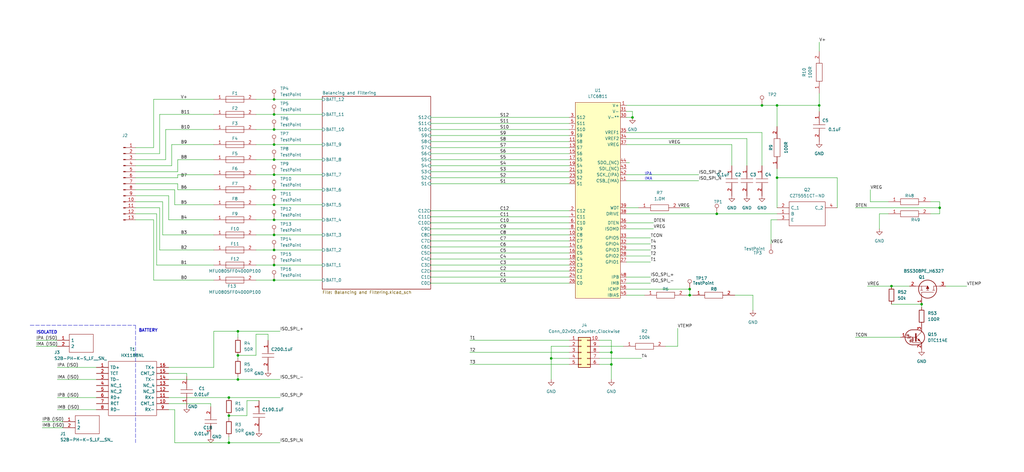
<source format=kicad_sch>
(kicad_sch (version 20211123) (generator eeschema)
  (paper "User" 431.8 199.009)
  (title_block (title "LVBMS_A_Sample_R2") (rev "2") (company "Team Swinburne"))
  (junction (at 115.57 92.71))
  (junction (at 115.57 54.61))
  (junction (at 100.33 139.7))
  (junction (at 115.57 118.11))
  (junction (at 100.33 149.86))
  (junction (at 327.66 44.45))
  (junction (at 302.26 90.17))
  (junction (at 115.57 67.31))
  (junction (at 115.57 41.91))
  (junction (at 321.31 44.45))
  (junction (at 96.52 167.64))
  (junction (at 388.62 128.27))
  (junction (at 232.41 151.13))
  (junction (at 115.57 60.96))
  (junction (at 96.52 186.69))
  (junction (at 115.57 105.41))
  (junction (at 115.57 80.01))
  (junction (at 375.92 120.65))
  (junction (at 115.57 73.66))
  (junction (at 257.81 148.59))
  (junction (at 115.57 111.76))
  (junction (at 345.44 44.45))
  (junction (at 266.7 49.53))
  (junction (at 115.57 48.26))
  (junction (at 396.24 87.63))
  (junction (at 290.83 121.92))
  (junction (at 327.66 74.93))
  (junction (at 257.81 153.67))
  (junction (at 100.33 160.02))
  (junction (at 115.57 86.36))
  (junction (at 96.52 175.26))
  (junction (at 115.57 99.06))
  (junction (at 290.83 124.46))
  (wire (pts (xy 252.73 148.59) (xy 257.81 148.59)))
  (wire (pts (xy 107.95 73.66) (xy 115.57 73.66)))
  (wire (pts (xy 90.17 154.94) (xy 90.17 139.7)))
  (wire (pts (xy 107.95 41.91) (xy 115.57 41.91)))
  (wire (pts (xy 100.33 149.86) (xy 107.95 149.86)))
  (wire (pts (xy 360.68 142.24) (xy 379.73 142.24)))
  (wire (pts (xy 370.84 90.17) (xy 370.84 96.52)))
  (wire (pts (xy 257.81 143.51) (xy 257.81 148.59)))
  (wire (pts (xy 64.77 62.23) (xy 64.77 41.91)))
  (wire (pts (xy 264.16 90.17) (xy 302.26 90.17)))
  (wire (pts (xy 68.58 85.09) (xy 68.58 99.06)))
  (wire (pts (xy 100.33 139.7) (xy 118.11 139.7)))
  (wire (pts (xy 198.12 153.67) (xy 240.03 153.67)))
  (wire (pts (xy 73.66 172.72) (xy 73.66 186.69)))
  (wire (pts (xy 71.12 92.71) (xy 90.17 92.71)))
  (wire (pts (xy 115.57 105.41) (xy 135.89 105.41)))
  (wire (pts (xy 264.16 93.98) (xy 275.59 93.98)))
  (wire (pts (xy 327.66 74.93) (xy 327.66 87.63)))
  (wire (pts (xy 181.61 119.38) (xy 240.03 119.38)))
  (wire (pts (xy 181.61 99.06) (xy 240.03 99.06)))
  (wire (pts (xy 181.61 106.68) (xy 240.03 106.68)))
  (wire (pts (xy 290.83 121.92) (xy 290.83 124.46)))
  (wire (pts (xy 107.95 80.01) (xy 115.57 80.01)))
  (wire (pts (xy 264.16 96.52) (xy 275.59 96.52)))
  (wire (pts (xy 321.31 69.85) (xy 321.31 55.88)))
  (wire (pts (xy 317.5 124.46) (xy 317.5 130.81)))
  (wire (pts (xy 71.12 167.64) (xy 96.52 167.64)))
  (wire (pts (xy 69.85 54.61) (xy 69.85 67.31)))
  (wire (pts (xy 302.26 90.17) (xy 327.66 90.17)))
  (wire (pts (xy 327.66 44.45) (xy 345.44 44.45)))
  (wire (pts (xy 264.16 76.2) (xy 294.64 76.2)))
  (wire (pts (xy 292.1 124.46) (xy 290.83 124.46)))
  (wire (pts (xy 107.95 86.36) (xy 115.57 86.36)))
  (wire (pts (xy 78.74 158.75) (xy 78.74 157.48)))
  (wire (pts (xy 240.03 146.05) (xy 232.41 146.05)))
  (wire (pts (xy 57.15 90.17) (xy 66.04 90.17)))
  (wire (pts (xy 74.93 67.31) (xy 90.17 67.31)))
  (wire (pts (xy 375.92 120.65) (xy 383.54 120.65)))
  (polyline (pts (xy 57.15 137.16) (xy 57.15 186.69)))
  (wire (pts (xy 309.88 124.46) (xy 317.5 124.46)))
  (wire (pts (xy 198.12 148.59) (xy 240.03 148.59)))
  (wire (pts (xy 104.14 175.26) (xy 96.52 175.26)))
  (wire (pts (xy 100.33 149.86) (xy 100.33 151.13)))
  (wire (pts (xy 392.43 85.09) (xy 396.24 85.09)))
  (wire (pts (xy 325.12 92.71) (xy 325.12 102.87)))
  (wire (pts (xy 345.44 44.45) (xy 345.44 46.99)))
  (wire (pts (xy 107.95 54.61) (xy 115.57 54.61)))
  (wire (pts (xy 15.24 146.05) (xy 24.13 146.05)))
  (wire (pts (xy 17.78 180.34) (xy 26.67 180.34)))
  (wire (pts (xy 71.12 154.94) (xy 90.17 154.94)))
  (wire (pts (xy 74.93 74.93) (xy 74.93 73.66)))
  (wire (pts (xy 57.15 74.93) (xy 74.93 74.93)))
  (wire (pts (xy 321.31 44.45) (xy 264.16 44.45)))
  (wire (pts (xy 232.41 160.02) (xy 232.41 151.13)))
  (wire (pts (xy 69.85 67.31) (xy 57.15 67.31)))
  (wire (pts (xy 252.73 143.51) (xy 257.81 143.51)))
  (wire (pts (xy 287.02 87.63) (xy 290.83 87.63)))
  (wire (pts (xy 266.7 46.99) (xy 264.16 46.99)))
  (wire (pts (xy 264.16 68.58) (xy 265.43 68.58)))
  (wire (pts (xy 264.16 87.63) (xy 269.24 87.63)))
  (wire (pts (xy 90.17 139.7) (xy 100.33 139.7)))
  (wire (pts (xy 24.13 160.02) (xy 40.64 160.02)))
  (wire (pts (xy 57.15 92.71) (xy 64.77 92.71)))
  (wire (pts (xy 181.61 111.76) (xy 240.03 111.76)))
  (wire (pts (xy 115.57 111.76) (xy 135.89 111.76)))
  (wire (pts (xy 181.61 69.85) (xy 240.03 69.85)))
  (wire (pts (xy 314.96 58.42) (xy 264.16 58.42)))
  (wire (pts (xy 73.66 86.36) (xy 90.17 86.36)))
  (wire (pts (xy 115.57 60.96) (xy 135.89 60.96)))
  (wire (pts (xy 181.61 96.52) (xy 240.03 96.52)))
  (wire (pts (xy 321.31 55.88) (xy 264.16 55.88)))
  (wire (pts (xy 290.83 124.46) (xy 289.56 124.46)))
  (wire (pts (xy 67.31 48.26) (xy 90.17 48.26)))
  (wire (pts (xy 367.03 85.09) (xy 374.65 85.09)))
  (wire (pts (xy 96.52 186.69) (xy 118.11 186.69)))
  (wire (pts (xy 181.61 52.07) (xy 240.03 52.07)))
  (wire (pts (xy 57.15 64.77) (xy 67.31 64.77)))
  (wire (pts (xy 73.66 186.69) (xy 96.52 186.69)))
  (wire (pts (xy 115.57 48.26) (xy 135.89 48.26)))
  (wire (pts (xy 264.16 116.84) (xy 274.32 116.84)))
  (wire (pts (xy 107.95 149.86) (xy 107.95 140.97)))
  (wire (pts (xy 107.95 118.11) (xy 115.57 118.11)))
  (wire (pts (xy 107.95 105.41) (xy 115.57 105.41)))
  (wire (pts (xy 107.95 99.06) (xy 115.57 99.06)))
  (wire (pts (xy 280.67 146.05) (xy 285.75 146.05)))
  (wire (pts (xy 115.57 86.36) (xy 135.89 86.36)))
  (wire (pts (xy 264.16 124.46) (xy 271.78 124.46)))
  (wire (pts (xy 100.33 160.02) (xy 118.11 160.02)))
  (wire (pts (xy 264.16 105.41) (xy 274.32 105.41)))
  (wire (pts (xy 327.66 74.93) (xy 353.06 74.93)))
  (wire (pts (xy 365.76 120.65) (xy 375.92 120.65)))
  (wire (pts (xy 266.7 49.53) (xy 266.7 46.99)))
  (wire (pts (xy 181.61 109.22) (xy 240.03 109.22)))
  (wire (pts (xy 78.74 157.48) (xy 71.12 157.48)))
  (wire (pts (xy 264.16 102.87) (xy 274.32 102.87)))
  (wire (pts (xy 24.13 167.64) (xy 40.64 167.64)))
  (wire (pts (xy 115.57 99.06) (xy 135.89 99.06)))
  (wire (pts (xy 64.77 118.11) (xy 90.17 118.11)))
  (wire (pts (xy 24.13 154.94) (xy 40.64 154.94)))
  (wire (pts (xy 232.41 151.13) (xy 240.03 151.13)))
  (wire (pts (xy 68.58 99.06) (xy 90.17 99.06)))
  (wire (pts (xy 71.12 160.02) (xy 100.33 160.02)))
  (wire (pts (xy 181.61 74.93) (xy 240.03 74.93)))
  (wire (pts (xy 198.12 143.51) (xy 240.03 143.51)))
  (wire (pts (xy 74.93 67.31) (xy 74.93 72.39)))
  (wire (pts (xy 252.73 153.67) (xy 257.81 153.67)))
  (wire (pts (xy 308.61 60.96) (xy 308.61 69.85)))
  (wire (pts (xy 264.16 73.66) (xy 294.64 73.66)))
  (wire (pts (xy 367.03 80.01) (xy 367.03 85.09)))
  (wire (pts (xy 181.61 62.23) (xy 240.03 62.23)))
  (wire (pts (xy 321.31 44.45) (xy 327.66 44.45)))
  (wire (pts (xy 115.57 118.11) (xy 135.89 118.11)))
  (wire (pts (xy 72.39 69.85) (xy 72.39 60.96)))
  (wire (pts (xy 74.93 77.47) (xy 74.93 80.01)))
  (wire (pts (xy 66.04 90.17) (xy 66.04 111.76)))
  (wire (pts (xy 314.96 69.85) (xy 314.96 58.42)))
  (wire (pts (xy 64.77 41.91) (xy 90.17 41.91)))
  (wire (pts (xy 69.85 54.61) (xy 90.17 54.61)))
  (wire (pts (xy 374.65 90.17) (xy 370.84 90.17)))
  (wire (pts (xy 392.43 90.17) (xy 396.24 90.17)))
  (wire (pts (xy 257.81 148.59) (xy 257.81 153.67)))
  (wire (pts (xy 345.44 17.78) (xy 345.44 21.59)))
  (wire (pts (xy 115.57 67.31) (xy 135.89 67.31)))
  (wire (pts (xy 57.15 80.01) (xy 73.66 80.01)))
  (wire (pts (xy 67.31 87.63) (xy 57.15 87.63)))
  (wire (pts (xy 72.39 60.96) (xy 90.17 60.96)))
  (wire (pts (xy 71.12 170.18) (xy 88.9 170.18)))
  (wire (pts (xy 360.68 87.63) (xy 396.24 87.63)))
  (wire (pts (xy 113.03 140.97) (xy 113.03 143.51)))
  (wire (pts (xy 388.62 128.27) (xy 388.62 129.54)))
  (wire (pts (xy 74.93 73.66) (xy 90.17 73.66)))
  (wire (pts (xy 74.93 72.39) (xy 57.15 72.39)))
  (wire (pts (xy 327.66 71.12) (xy 327.66 74.93)))
  (wire (pts (xy 115.57 92.71) (xy 135.89 92.71)))
  (wire (pts (xy 100.33 158.75) (xy 100.33 160.02)))
  (wire (pts (xy 181.61 114.3) (xy 240.03 114.3)))
  (wire (pts (xy 57.15 77.47) (xy 74.93 77.47)))
  (wire (pts (xy 96.52 167.64) (xy 118.11 167.64)))
  (wire (pts (xy 71.12 172.72) (xy 73.66 172.72)))
  (wire (pts (xy 181.61 101.6) (xy 240.03 101.6)))
  (wire (pts (xy 264.16 110.49) (xy 274.32 110.49)))
  (wire (pts (xy 181.61 67.31) (xy 240.03 67.31)))
  (wire (pts (xy 398.78 120.65) (xy 407.67 120.65)))
  (wire (pts (xy 181.61 64.77) (xy 240.03 64.77)))
  (wire (pts (xy 109.22 168.91) (xy 104.14 168.91)))
  (wire (pts (xy 285.75 146.05) (xy 285.75 138.43)))
  (wire (pts (xy 71.12 92.71) (xy 71.12 82.55)))
  (wire (pts (xy 181.61 54.61) (xy 240.03 54.61)))
  (wire (pts (xy 115.57 80.01) (xy 135.89 80.01)))
  (wire (pts (xy 181.61 88.9) (xy 240.03 88.9)))
  (wire (pts (xy 66.04 111.76) (xy 90.17 111.76)))
  (wire (pts (xy 181.61 59.69) (xy 240.03 59.69)))
  (wire (pts (xy 396.24 85.09) (xy 396.24 87.63)))
  (wire (pts (xy 264.16 60.96) (xy 308.61 60.96)))
  (wire (pts (xy 181.61 104.14) (xy 240.03 104.14)))
  (wire (pts (xy 252.73 146.05) (xy 262.89 146.05)))
  (wire (pts (xy 181.61 49.53) (xy 240.03 49.53)))
  (polyline (pts (xy 12.7 137.16) (xy 57.15 137.16)))
  (wire (pts (xy 264.16 121.92) (xy 290.83 121.92)))
  (wire (pts (xy 100.33 139.7) (xy 100.33 142.24)))
  (wire (pts (xy 107.95 92.71) (xy 115.57 92.71)))
  (wire (pts (xy 264.16 49.53) (xy 266.7 49.53)))
  (wire (pts (xy 57.15 62.23) (xy 64.77 62.23)))
  (wire (pts (xy 345.44 44.45) (xy 345.44 39.37)))
  (wire (pts (xy 17.78 177.8) (xy 26.67 177.8)))
  (wire (pts (xy 115.57 54.61) (xy 135.89 54.61)))
  (wire (pts (xy 73.66 80.01) (xy 73.66 86.36)))
  (wire (pts (xy 264.16 107.95) (xy 274.32 107.95)))
  (wire (pts (xy 264.16 119.38) (xy 274.32 119.38)))
  (wire (pts (xy 67.31 64.77) (xy 67.31 48.26)))
  (wire (pts (xy 181.61 77.47) (xy 240.03 77.47)))
  (wire (pts (xy 375.92 128.27) (xy 388.62 128.27)))
  (wire (pts (xy 115.57 41.91) (xy 135.89 41.91)))
  (wire (pts (xy 74.93 80.01) (xy 90.17 80.01)))
  (wire (pts (xy 88.9 171.45) (xy 88.9 170.18)))
  (wire (pts (xy 57.15 85.09) (xy 68.58 85.09)))
  (wire (pts (xy 67.31 105.41) (xy 67.31 87.63)))
  (wire (pts (xy 115.57 73.66) (xy 135.89 73.66)))
  (wire (pts (xy 181.61 116.84) (xy 240.03 116.84)))
  (wire (pts (xy 57.15 69.85) (xy 72.39 69.85)))
  (wire (pts (xy 181.61 93.98) (xy 240.03 93.98)))
  (wire (pts (xy 181.61 72.39) (xy 240.03 72.39)))
  (wire (pts (xy 264.16 100.33) (xy 274.32 100.33)))
  (wire (pts (xy 396.24 87.63) (xy 396.24 90.17)))
  (wire (pts (xy 181.61 57.15) (xy 240.03 57.15)))
  (wire (pts (xy 107.95 67.31) (xy 115.57 67.31)))
  (wire (pts (xy 96.52 175.26) (xy 96.52 176.53)))
  (wire (pts (xy 327.66 92.71) (xy 325.12 92.71)))
  (wire (pts (xy 107.95 60.96) (xy 115.57 60.96)))
  (wire (pts (xy 353.06 87.63) (xy 353.06 74.93)))
  (wire (pts (xy 232.41 146.05) (xy 232.41 151.13)))
  (wire (pts (xy 257.81 153.67) (xy 257.81 160.02)))
  (wire (pts (xy 107.95 48.26) (xy 115.57 48.26)))
  (wire (pts (xy 15.24 143.51) (xy 24.13 143.51)))
  (wire (pts (xy 327.66 44.45) (xy 327.66 53.34)))
  (wire (pts (xy 96.52 184.15) (xy 96.52 186.69)))
  (wire (pts (xy 107.95 111.76) (xy 115.57 111.76)))
  (wire (pts (xy 24.13 172.72) (xy 40.64 172.72)))
  (wire (pts (xy 181.61 91.44) (xy 240.03 91.44)))
  (wire (pts (xy 64.77 92.71) (xy 64.77 118.11)))
  (wire (pts (xy 252.73 151.13) (xy 270.51 151.13)))
  (wire (pts (xy 107.95 140.97) (xy 113.03 140.97)))
  (wire (pts (xy 71.12 82.55) (xy 57.15 82.55)))
  (wire (pts (xy 67.31 105.41) (xy 90.17 105.41)))
  (wire (pts (xy 104.14 168.91) (xy 104.14 175.26)))
  (text "IPA\nIMA" (at 271.78 76.2 0) (effects (font (size 1.27 1.27)) (justify left bottom)))
  (text "BATTERY\n\n" (at 58.42 142.24 0) (effects (font (size 1.27 1.27) bold) (justify left bottom)))
  (text "ISOLATED\n" (at 15.24 140.97 0) (effects (font (size 1.27 1.27) (thickness 0.254) bold) (justify left bottom)))
  (label "VREG" (at 367.03 80.01 0))
  (label "S10" (at 210.82 54.61 0))
  (label "ISO_SPI_N" (at 118.11 186.69 0))
  (label "C9" (at 210.82 96.52 0))
  (label "B9" (at 76.2 60.96 0))
  (label "T4" (at 270.51 151.13 0))
  (label "S2" (at 210.82 74.93 0))
  (label "C10" (at 210.82 93.98 0))
  (label "ISO_SPI_-" (at 274.32 119.38 0))
  (label "ISO_SPI_N" (at 294.64 76.2 0))
  (label "ISO_SPI_P" (at 118.11 167.64 0))
  (label "S7" (at 210.82 62.23 0))
  (label "B11" (at 76.2 48.26 0))
  (label "S1" (at 210.82 77.47 0))
  (label "B7" (at 76.2 74.93 0))
  (label "S4" (at 210.82 69.85 0))
  (label "DTEN" (at 360.68 87.63 0))
  (label "C4" (at 210.82 109.22 0))
  (label "B3" (at 76.2 99.06 0))
  (label "B2" (at 76.2 105.41 0))
  (label "S8" (at 210.82 59.69 0))
  (label "IPB (ISO)" (at 17.78 177.8 0))
  (label "TCON" (at 274.32 100.33 0))
  (label "VREG" (at 325.12 102.87 0))
  (label "S3" (at 210.82 72.39 0))
  (label "T1" (at 198.12 143.51 0))
  (label "IMA (ISO)" (at 24.13 160.02 0))
  (label "ISO_SPI_+" (at 118.11 139.7 0))
  (label "IPA (ISO)" (at 15.24 143.51 0))
  (label "T3" (at 274.32 105.41 0))
  (label "DTEN" (at 275.59 93.98 0))
  (label "IMA (ISO)" (at 15.24 146.05 0))
  (label "C3" (at 210.82 111.76 0))
  (label "S5" (at 210.82 67.31 0))
  (label "V+" (at 345.44 17.78 0))
  (label "C5" (at 210.82 106.68 0))
  (label "B8" (at 76.2 67.31 0))
  (label "S11" (at 210.82 52.07 0))
  (label "S6" (at 210.82 64.77 0))
  (label "VTEMP" (at 285.75 138.43 0))
  (label "TCON" (at 360.68 142.24 0))
  (label "ISO_SPI_+" (at 274.32 116.84 0))
  (label "C1" (at 210.82 116.84 0))
  (label "T4" (at 274.32 102.87 0))
  (label "VREG" (at 365.76 120.65 0))
  (label "B1" (at 76.2 111.76 0))
  (label "B0" (at 76.2 118.11 0))
  (label "VTEMP" (at 407.67 120.65 0))
  (label "IPB (ISO)" (at 24.13 167.64 0))
  (label "V+" (at 76.2 41.91 0))
  (label "S9" (at 210.82 57.15 0))
  (label "C0" (at 210.82 119.38 0))
  (label "ISO_SPI_P" (at 294.64 73.66 0))
  (label "VREG" (at 290.83 87.63 180))
  (label "C12" (at 210.82 88.9 0))
  (label "VREG" (at 275.59 96.52 0))
  (label "C11" (at 210.82 91.44 0))
  (label "IMB (ISO)" (at 17.78 180.34 0))
  (label "C7" (at 210.82 101.6 0))
  (label "IMB (ISO)" (at 24.13 172.72 0))
  (label "T1" (at 274.32 110.49 0))
  (label "ISO_SPI_-" (at 118.11 160.02 0))
  (label "VREG" (at 281.94 60.96 0))
  (label "C6" (at 210.82 104.14 0))
  (label "B10" (at 76.2 54.61 0))
  (label "B5" (at 76.2 86.36 0))
  (label "IPA (ISO)" (at 24.13 154.94 0))
  (label "B4" (at 76.2 92.71 0))
  (label "C2" (at 210.82 114.3 0))
  (label "C8" (at 210.82 99.06 0))
  (label "S12" (at 210.82 49.53 0))
  (label "T2" (at 274.32 107.95 0))
  (label "B6" (at 76.2 80.01 0))
  (label "T2" (at 198.12 148.59 0))
  (label "T3" (at 198.12 153.67 0))
  (symbol (lib_id "ERJP06F1000V:ERJP06F1000V") (at 374.65 85.09 0) (unit 1)
    (property "Reference" "R48" (at 383.54 82.55 0))
    (property "Value" "100R" (effects hide))
    (property "Footprint" "Resistor_SMD:R_0603_1608Metric_Pad0.98x0.95mm_HandSolder" (effects hide))
    (property "Datasheet" "https://industrial.panasonic.com/cdbs/www-data/pdf/RDO0000/AOA0000C331.pdf" (effects hide))
    (property "Description" "Panasonic ERJP06 Series Thick Film Surface Mount Resistor 0805 Case 100 +/-1% 0.5W +/-100ppm/C" (effects hide))
    (property "Height" "0.7" (effects hide))
    (property "Manufacturer_Name" "Panasonic" (effects hide))
    (property "Manufacturer_Part_Number" "ERJP06F1000V" (effects hide))
  )
  (symbol (lib_id "Connector:TestPoint") (at 115.57 60.96 0) (unit 1)
    (property "Reference" "TP7" (at 118.11 56.3879 0) (effects (justify left)))
    (property "Value" "TestPoint" (at 118.11 58.9279 0) (effects (justify left)))
    (property "Footprint" "TestPoint:TestPoint_Pad_D1.0mm" (effects hide))
  )
  (symbol (lib_id "Device:R") (at 96.52 180.34 0) (unit 1)
    (property "Reference" "R3" (at 99.06 179.0699 0) (effects (justify left)))
    (property "Value" "50R" (at 99.06 181.6099 0) (effects (justify left)))
    (property "Footprint" "Resistor_SMD:R_0603_1608Metric_Pad0.98x0.95mm_HandSolder" (effects hide))
  )
  (symbol (lib_id "Connector:TestPoint") (at 115.57 111.76 0) (unit 1)
    (property "Reference" "TP15" (at 118.11 107.1879 0) (effects (justify left)))
    (property "Value" "TestPoint" (at 118.11 109.7279 0) (effects (justify left)))
    (property "Footprint" "TestPoint:TestPoint_Pad_D1.0mm" (effects hide))
  )
  (symbol (lib_id "MFU0805FF04000P100:MFU0805FF04000P100") (at 90.17 48.26 0) (unit 1)
    (property "Reference" "F2" (at 99.06 45.72 0))
    (property "Value" "MFU0805FF04000P100" (effects hide))
    (property "Footprint" "Fuse:Fuse_0603_1608Metric_Pad1.05x0.95mm_HandSolder" (effects hide))
    (property "Datasheet" "http://www.vishay.com/docs/28747/mfuserie.pdf" (effects hide))
    (property "Description" "VISHAY - MFU0805FF04000P100. - FUSE, 0805 SMD, 4A" (effects hide))
    (property "Height" "0.55" (effects hide))
    (property "Manufacturer_Name" "Vishay" (effects hide))
    (property "Manufacturer_Part_Number" "MFU0805FF04000P100" (effects hide))
    (property "Mouser Part Number" "594-MFU0805FF04000P1" (effects hide))
    (property "Mouser Price/Stock" "https://www.mouser.co.uk/ProductDetail/Vishay-Beyschlag/MFU0805FF04000P100?qs=oI046glRurvInTGsRs7uKw%3D%3D" (effects hide))
    (property "Arrow Part Number" "MFU0805FF04000P100" (effects hide))
    (property "Arrow Price/Stock" "https://www.arrow.com/en/products/mfu0805ff04000p100/vishay?region=nac" (effects hide))
  )
  (symbol (lib_id "Transistor_BJT:DTC114E") (at 386.08 142.24 0) (unit 1)
    (property "Reference" "Q15" (at 391.16 140.9699 0) (effects (justify left)))
    (property "Value" "DTC114E" (at 391.16 143.5099 0) (effects (justify left)))
    (property "Footprint" "Package_TO_SOT_SMD:SOT-23" (effects hide))
  )
  (symbol (lib_id "ERJ-P06J105V:ERJ-P06J105V") (at 269.24 87.63 0) (unit 1)
    (property "Reference" "R7" (at 278.13 81.28 0))
    (property "Value" "1.0M" (at 278.13 83.82 0))
    (property "Footprint" "Resistor_SMD:R_0603_1608Metric_Pad0.98x0.95mm_HandSolder" (effects hide))
    (property "Datasheet" "https://industrial.panasonic.com/cdbs/www-data/pdf/RDO0000/AOA0000C331.pdf" (effects hide))
    (property "Description" "Thick Film Resistors - SMD 0805 1.0Mohms 0.5W 5% Tol AEC-Q200" (effects hide))
    (property "Height" "0.7" (effects hide))
    (property "Manufacturer_Name" "Panasonic" (effects hide))
    (property "Manufacturer_Part_Number" "ERJ-P06J105V" (effects hide))
    (property "Mouser Part Number" "667-ERJ-P06J105V" (effects hide))
    (property "Mouser Price/Stock" "https://www.mouser.com/Search/Refine.aspx?Keyword=667-ERJ-P06J105V" (effects hide))
    (property "Arrow Part Number" "ERJ-P06J105V" (effects hide))
    (property "Arrow Price/Stock" "https://www.arrow.com/en/products/erj-p06j105v/panasonic?region=nac" (effects hide))
  )
  (symbol (lib_id "MFU0805FF04000P100:MFU0805FF04000P100") (at 90.17 99.06 0) (unit 1)
    (property "Reference" "F10" (at 99.06 96.52 0))
    (property "Value" "MFU0805FF04000P100" (effects hide))
    (property "Footprint" "Fuse:Fuse_0603_1608Metric_Pad1.05x0.95mm_HandSolder" (effects hide))
    (property "Datasheet" "http://www.vishay.com/docs/28747/mfuserie.pdf" (effects hide))
    (property "Description" "VISHAY - MFU0805FF04000P100. - FUSE, 0805 SMD, 4A" (effects hide))
    (property "Height" "0.55" (effects hide))
    (property "Manufacturer_Name" "Vishay" (effects hide))
    (property "Manufacturer_Part_Number" "MFU0805FF04000P100" (effects hide))
    (property "Mouser Part Number" "594-MFU0805FF04000P1" (effects hide))
    (property "Mouser Price/Stock" "https://www.mouser.co.uk/ProductDetail/Vishay-Beyschlag/MFU0805FF04000P100?qs=oI046glRurvInTGsRs7uKw%3D%3D" (effects hide))
    (property "Arrow Part Number" "MFU0805FF04000P100" (effects hide))
    (property "Arrow Price/Stock" "https://www.arrow.com/en/products/mfu0805ff04000p100/vishay?region=nac" (effects hide))
  )
  (symbol (lib_id "power:GND") (at 232.41 160.02 0) (unit 1)
    (property "Reference" "#PWR0107" (effects hide))
    (property "Value" "GND" (at 232.41 165.1 0))
  )
  (symbol (lib_id "CC0805JRX7R9BB103:CC0805JRX7R9BB103") (at 88.9 184.15 90) (unit 1)
    (property "Reference" "C18" (at 87.63 180.34 90))
    (property "Value" "0.01uF" (at 85.09 182.88 90))
    (property "Footprint" "Capacitor_SMD:C_0603_1608Metric_Pad1.08x0.95mm_HandSolder" (effects hide))
    (property "Datasheet" "https://www.yageo.com/upload/media/product/productsearch/datasheet/mlcc/UPY-GPHC_X7R_6.3V-to-50V_20.pdf" (effects hide))
    (property "Description" "10000 pF +/-5% 50V Ceramic Capacitor X7R 0805 (2012 Metric)" (effects hide))
    (property "Height" "0.7" (effects hide))
    (property "Manufacturer_Name" "YAGEO" (effects hide))
    (property "Manufacturer_Part_Number" "CC0805JRX7R9BB103" (effects hide))
  )
  (symbol (lib_id "S2B-PH-K-S_LF__SN_:S2B-PH-K-S_LF__SN_") (at 24.13 143.51 0) (unit 1)
    (property "Reference" "J3" (at 22.86 148.59 0) (effects (justify left)))
    (property "Value" "S2B-PH-K-S_LF__SN_" (at 22.86 151.13 0) (effects (justify left)))
    (property "Footprint" "Connector_Molex:Molex_Mini-Fit_Jr_5566-02A_2x01_P4.20mm_Vertical" (effects hide))
    (property "Datasheet" "http://uk.rs-online.com/web/p/products/8201494" (effects hide))
    (property "Description" "PH-2.0mm Header side entry 2 way JST PH Series, Series Number S2B, 2mm Pitch 2 Way 1 Row Right Angle PCB Header, Through Hole Termination, 2A" (effects hide))
    (property "Height" "4.8" (effects hide))
    (property "Manufacturer_Name" "JST (JAPAN SOLDERLESS TERMINALS)" (effects hide))
    (property "Manufacturer_Part_Number" "S2B-PH-K-S(LF)(SN)" (effects hide))
    (property "Arrow Part Number" "S2B-PH-K-S(LF)(SN)" (effects hide))
    (property "Arrow Price/Stock" "https://www.arrow.com/en/products/s2b-ph-k-s-lf-sn/jst-manufacturing" (effects hide))
  )
  (symbol (lib_id "Connector:TestPoint") (at 302.26 90.17 0) (unit 1)
    (property "Reference" "TP1" (at 300.99 85.09 0) (effects (justify left)))
    (property "Value" "TestPoint" (effects hide))
    (property "Footprint" "TestPoint:TestPoint_Pad_D1.0mm" (effects hide))
  )
  (symbol (lib_id "power:GND") (at 314.96 82.55 0) (unit 1)
    (property "Reference" "#PWR09" (effects hide))
    (property "Value" "GND" (at 314.96 87.63 0))
  )
  (symbol (lib_id "power:GND") (at 317.5 130.81 0) (unit 1)
    (property "Reference" "#PWR0102" (effects hide))
    (property "Value" "GND" (at 317.5 135.89 0))
  )
  (symbol (lib_id "BMS_Library:CC0805JRX7R8BB104") (at 345.44 46.99 270) (unit 1)
    (property "Reference" "C5" (at 346.71 50.8 90) (effects (justify left)))
    (property "Value" "0.1uF" (at 349.25 54.6099 90) (effects (justify left)))
    (property "Footprint" "Capacitor_SMD:C_0603_1608Metric_Pad1.08x0.95mm_HandSolder" (effects hide))
    (property "Datasheet" "https://www.yageo.com/upload/media/product/productsearch/datasheet/mlcc/UPY-GPHC_X7R_6.3V-to-50V_20.pdf" (effects hide))
    (property "Description" "YAGEO - CC0805JRX7R8BB104 - SMD Multilayer Ceramic Capacitor, 0.1 F, 25 V, 0805 [2012 Metric], +/- 5%, X7R, CC Series" (effects hide))
    (property "Height" "0.95" (effects hide))
    (property "Manufacturer_Name" "YAGEO" (effects hide))
    (property "Manufacturer_Part_Number" "CC0805JRX7R8BB104" (effects hide))
    (property "Mouser Part Number" "603-CC805JRX7R8BB104" (effects hide))
    (property "Mouser Price/Stock" "https://www.mouser.co.uk/ProductDetail/YAGEO/CC0805JRX7R8BB104?qs=AgBp2OyFlx%252BZU4KTc42Krw%3D%3D" (effects hide))
    (property "Arrow Part Number" "CC0805JRX7R8BB104" (effects hide))
    (property "Arrow Price/Stock" "https://www.arrow.com/en/products/cc0805jrx7r8bb104/yageo?region=nac" (effects hide))
  )
  (symbol (lib_id "MFU0805FF04000P100:MFU0805FF04000P100") (at 90.17 92.71 0) (unit 1)
    (property "Reference" "F9" (at 99.06 90.17 0))
    (property "Value" "MFU0805FF04000P100" (effects hide))
    (property "Footprint" "Fuse:Fuse_0603_1608Metric_Pad1.05x0.95mm_HandSolder" (effects hide))
    (property "Datasheet" "http://www.vishay.com/docs/28747/mfuserie.pdf" (effects hide))
    (property "Description" "VISHAY - MFU0805FF04000P100. - FUSE, 0805 SMD, 4A" (effects hide))
    (property "Height" "0.55" (effects hide))
    (property "Manufacturer_Name" "Vishay" (effects hide))
    (property "Manufacturer_Part_Number" "MFU0805FF04000P100" (effects hide))
    (property "Mouser Part Number" "594-MFU0805FF04000P1" (effects hide))
    (property "Mouser Price/Stock" "https://www.mouser.co.uk/ProductDetail/Vishay-Beyschlag/MFU0805FF04000P100?qs=oI046glRurvInTGsRs7uKw%3D%3D" (effects hide))
    (property "Arrow Part Number" "MFU0805FF04000P100" (effects hide))
    (property "Arrow Price/Stock" "https://www.arrow.com/en/products/mfu0805ff04000p100/vishay?region=nac" (effects hide))
  )
  (symbol (lib_id "Connector:TestPoint") (at 321.31 44.45 0) (unit 1)
    (property "Reference" "TP2" (at 323.85 39.8779 0) (effects (justify left)))
    (property "Value" "TestPoint" (effects hide))
    (property "Footprint" "TestPoint:TestPoint_Pad_D1.0mm" (effects hide))
  )
  (symbol (lib_id "Device:R") (at 388.62 133.35 0) (unit 1)
    (property "Reference" "R53" (at 391.16 132.0799 0) (effects (justify left)))
    (property "Value" "100R" (at 391.16 134.6199 0) (effects (justify left)))
    (property "Footprint" "Resistor_SMD:R_0603_1608Metric_Pad0.98x0.95mm_HandSolder" (effects hide))
  )
  (symbol (lib_id "Connector:TestPoint") (at 115.57 48.26 0) (unit 1)
    (property "Reference" "TP5" (at 118.11 43.6879 0) (effects (justify left)))
    (property "Value" "TestPoint" (at 118.11 46.2279 0) (effects (justify left)))
    (property "Footprint" "TestPoint:TestPoint_Pad_D1.0mm" (effects hide))
  )
  (symbol (lib_id "BMS_Library:CC0805JRX7R8BB104") (at 321.31 69.85 270) (unit 1)
    (property "Reference" "C4" (at 322.58 73.66 90) (effects (justify left)))
    (property "Value" "0.1uF" (effects hide))
    (property "Footprint" "Capacitor_SMD:C_0603_1608Metric_Pad1.08x0.95mm_HandSolder" (effects hide))
    (property "Datasheet" "https://www.yageo.com/upload/media/product/productsearch/datasheet/mlcc/UPY-GPHC_X7R_6.3V-to-50V_20.pdf" (effects hide))
    (property "Description" "YAGEO - CC0805JRX7R8BB104 - SMD Multilayer Ceramic Capacitor, 0.1 F, 25 V, 0805 [2012 Metric], +/- 5%, X7R, CC Series" (effects hide))
    (property "Height" "0.95" (effects hide))
    (property "Manufacturer_Name" "YAGEO" (effects hide))
    (property "Manufacturer_Part_Number" "CC0805JRX7R8BB104" (effects hide))
    (property "Mouser Part Number" "603-CC805JRX7R8BB104" (effects hide))
    (property "Mouser Price/Stock" "https://www.mouser.co.uk/ProductDetail/YAGEO/CC0805JRX7R8BB104?qs=AgBp2OyFlx%252BZU4KTc42Krw%3D%3D" (effects hide))
    (property "Arrow Part Number" "CC0805JRX7R8BB104" (effects hide))
    (property "Arrow Price/Stock" "https://www.arrow.com/en/products/cc0805jrx7r8bb104/yageo?region=nac" (effects hide))
  )
  (symbol (lib_id "MFU0805FF04000P100:MFU0805FF04000P100") (at 90.17 54.61 0) (unit 1)
    (property "Reference" "F3" (at 99.06 52.07 0))
    (property "Value" "MFU0805FF04000P100" (effects hide))
    (property "Footprint" "Fuse:Fuse_0603_1608Metric_Pad1.05x0.95mm_HandSolder" (effects hide))
    (property "Datasheet" "http://www.vishay.com/docs/28747/mfuserie.pdf" (effects hide))
    (property "Description" "VISHAY - MFU0805FF04000P100. - FUSE, 0805 SMD, 4A" (effects hide))
    (property "Height" "0.55" (effects hide))
    (property "Manufacturer_Name" "Vishay" (effects hide))
    (property "Manufacturer_Part_Number" "MFU0805FF04000P100" (effects hide))
    (property "Mouser Part Number" "594-MFU0805FF04000P1" (effects hide))
    (property "Mouser Price/Stock" "https://www.mouser.co.uk/ProductDetail/Vishay-Beyschlag/MFU0805FF04000P100?qs=oI046glRurvInTGsRs7uKw%3D%3D" (effects hide))
    (property "Arrow Part Number" "MFU0805FF04000P100" (effects hide))
    (property "Arrow Price/Stock" "https://www.arrow.com/en/products/mfu0805ff04000p100/vishay?region=nac" (effects hide))
  )
  (symbol (lib_id "Device:R") (at 100.33 154.94 0) (unit 1)
    (property "Reference" "R5" (at 102.87 153.6699 0) (effects (justify left)))
    (property "Value" "50R" (at 102.87 156.2099 0) (effects (justify left)))
    (property "Footprint" "Resistor_SMD:R_0603_1608Metric_Pad0.98x0.95mm_HandSolder" (effects hide))
  )
  (symbol (lib_id "BMS_Library:CC0805JRX7R8BB104") (at 314.96 69.85 270) (unit 1)
    (property "Reference" "C3" (at 316.23 73.66 90) (effects (justify left)))
    (property "Value" "0.1uF" (effects hide))
    (property "Footprint" "Capacitor_SMD:C_0603_1608Metric_Pad1.08x0.95mm_HandSolder" (effects hide))
    (property "Datasheet" "https://www.yageo.com/upload/media/product/productsearch/datasheet/mlcc/UPY-GPHC_X7R_6.3V-to-50V_20.pdf" (effects hide))
    (property "Description" "YAGEO - CC0805JRX7R8BB104 - SMD Multilayer Ceramic Capacitor, 0.1 F, 25 V, 0805 [2012 Metric], +/- 5%, X7R, CC Series" (effects hide))
    (property "Height" "0.95" (effects hide))
    (property "Manufacturer_Name" "YAGEO" (effects hide))
    (property "Manufacturer_Part_Number" "CC0805JRX7R8BB104" (effects hide))
    (property "Mouser Part Number" "603-CC805JRX7R8BB104" (effects hide))
    (property "Mouser Price/Stock" "https://www.mouser.co.uk/ProductDetail/YAGEO/CC0805JRX7R8BB104?qs=AgBp2OyFlx%252BZU4KTc42Krw%3D%3D" (effects hide))
    (property "Arrow Part Number" "CC0805JRX7R8BB104" (effects hide))
    (property "Arrow Price/Stock" "https://www.arrow.com/en/products/cc0805jrx7r8bb104/yageo?region=nac" (effects hide))
  )
  (symbol (lib_id "Connector:TestPoint") (at 290.83 121.92 0) (unit 1)
    (property "Reference" "TP17" (at 293.37 117.3479 0) (effects (justify left)))
    (property "Value" "TestPoint" (at 292.1 119.38 0) (effects (justify left)))
    (property "Footprint" "TestPoint:TestPoint_Pad_D1.0mm" (effects hide))
  )
  (symbol (lib_id "ERJP06F1000V:ERJP06F1000V") (at 292.1 124.46 0) (unit 1)
    (property "Reference" "R8" (at 300.99 121.92 0))
    (property "Value" "BIAS RESISTOR (VALUE CAN CHANGE)" (effects hide))
    (property "Footprint" "Resistor_SMD:R_0603_1608Metric_Pad0.98x0.95mm_HandSolder" (effects hide))
    (property "Datasheet" "https://industrial.panasonic.com/cdbs/www-data/pdf/RDO0000/AOA0000C331.pdf" (effects hide))
    (property "Description" "Panasonic ERJP06 Series Thick Film Surface Mount Resistor 0805 Case 100 +/-1% 0.5W +/-100ppm/C" (effects hide))
    (property "Height" "0.7" (effects hide))
    (property "Manufacturer_Name" "Panasonic" (effects hide))
    (property "Manufacturer_Part_Number" "ERJP06F1000V" (effects hide))
  )
  (symbol (lib_id "BMS_Library:CC0805JRX7R8BB104") (at 113.03 143.51 270) (unit 1)
    (property "Reference" "C20" (at 114.3 147.32 90) (effects (justify left)))
    (property "Value" "0.1uF" (at 118.11 147.32 90) (effects (justify left)))
    (property "Footprint" "Capacitor_SMD:C_0603_1608Metric_Pad1.08x0.95mm_HandSolder" (effects hide))
    (property "Datasheet" "https://www.yageo.com/upload/media/product/productsearch/datasheet/mlcc/UPY-GPHC_X7R_6.3V-to-50V_20.pdf" (effects hide))
    (property "Description" "YAGEO - CC0805JRX7R8BB104 - SMD Multilayer Ceramic Capacitor, 0.1 F, 25 V, 0805 [2012 Metric], +/- 5%, X7R, CC Series" (effects hide))
    (property "Height" "0.95" (effects hide))
    (property "Manufacturer_Name" "YAGEO" (effects hide))
    (property "Manufacturer_Part_Number" "CC0805JRX7R8BB104" (effects hide))
    (property "Mouser Part Number" "603-CC805JRX7R8BB104" (effects hide))
    (property "Mouser Price/Stock" "https://www.mouser.co.uk/ProductDetail/YAGEO/CC0805JRX7R8BB104?qs=AgBp2OyFlx%252BZU4KTc42Krw%3D%3D" (effects hide))
    (property "Arrow Part Number" "CC0805JRX7R8BB104" (effects hide))
    (property "Arrow Price/Stock" "https://www.arrow.com/en/products/cc0805jrx7r8bb104/yageo?region=nac" (effects hide))
  )
  (symbol (lib_id "Connector:TestPoint") (at 115.57 99.06 0) (unit 1)
    (property "Reference" "TP13" (at 118.11 94.4879 0) (effects (justify left)))
    (property "Value" "TestPoint" (at 118.11 97.0279 0) (effects (justify left)))
    (property "Footprint" "TestPoint:TestPoint_Pad_D1.0mm" (effects hide))
  )
  (symbol (lib_id "power:GND") (at 257.81 160.02 0) (unit 1)
    (property "Reference" "#PWR0106" (effects hide))
    (property "Value" "GND" (at 257.81 165.1 0))
  )
  (symbol (lib_id "ERJP06F1000V:ERJP06F1000V") (at 374.65 90.17 0) (unit 1)
    (property "Reference" "R49" (at 386.08 92.71 0))
    (property "Value" "100R" (effects hide))
    (property "Footprint" "Resistor_SMD:R_0603_1608Metric_Pad0.98x0.95mm_HandSolder" (effects hide))
    (property "Datasheet" "https://industrial.panasonic.com/cdbs/www-data/pdf/RDO0000/AOA0000C331.pdf" (effects hide))
    (property "Description" "Panasonic ERJP06 Series Thick Film Surface Mount Resistor 0805 Case 100 +/-1% 0.5W +/-100ppm/C" (effects hide))
    (property "Height" "0.7" (effects hide))
    (property "Manufacturer_Name" "Panasonic" (effects hide))
    (property "Manufacturer_Part_Number" "ERJP06F1000V" (effects hide))
  )
  (symbol (lib_id "Connector:Conn_01x13_Male") (at 52.07 77.47 0) (unit 1)
    (property "Reference" "J2" (at 52.705 57.15 0))
    (property "Value" "Conn_01x13_Male" (effects hide))
    (property "Footprint" "Connector_PinSocket_2.54mm:PinSocket_1x13_P2.54mm_Vertical" (effects hide))
  )
  (symbol (lib_id "Connector:TestPoint") (at 115.57 80.01 0) (unit 1)
    (property "Reference" "TP10" (at 118.11 75.4379 0) (effects (justify left)))
    (property "Value" "TestPoint" (at 118.11 77.9779 0) (effects (justify left)))
    (property "Footprint" "TestPoint:TestPoint_Pad_D1.0mm" (effects hide))
  )
  (symbol (lib_id "MFU0805FF04000P100:MFU0805FF04000P100") (at 90.17 67.31 0) (unit 1)
    (property "Reference" "F5" (at 99.06 64.77 0))
    (property "Value" "MFU0805FF04000P100" (effects hide))
    (property "Footprint" "Fuse:Fuse_0603_1608Metric_Pad1.05x0.95mm_HandSolder" (effects hide))
    (property "Datasheet" "http://www.vishay.com/docs/28747/mfuserie.pdf" (effects hide))
    (property "Description" "VISHAY - MFU0805FF04000P100. - FUSE, 0805 SMD, 4A" (effects hide))
    (property "Height" "0.55" (effects hide))
    (property "Manufacturer_Name" "Vishay" (effects hide))
    (property "Manufacturer_Part_Number" "MFU0805FF04000P100" (effects hide))
    (property "Mouser Part Number" "594-MFU0805FF04000P1" (effects hide))
    (property "Mouser Price/Stock" "https://www.mouser.co.uk/ProductDetail/Vishay-Beyschlag/MFU0805FF04000P100?qs=oI046glRurvInTGsRs7uKw%3D%3D" (effects hide))
    (property "Arrow Part Number" "MFU0805FF04000P100" (effects hide))
    (property "Arrow Price/Stock" "https://www.arrow.com/en/products/mfu0805ff04000p100/vishay?region=nac" (effects hide))
  )
  (symbol (lib_id "ERJP06F1000V:ERJP06F1000V") (at 262.89 146.05 0) (unit 1)
    (property "Reference" "R2" (at 271.78 139.7 0))
    (property "Value" "100k" (at 271.78 142.24 0))
    (property "Footprint" "Resistor_SMD:R_0603_1608Metric_Pad0.98x0.95mm_HandSolder" (effects hide))
    (property "Datasheet" "https://industrial.panasonic.com/cdbs/www-data/pdf/RDO0000/AOA0000C331.pdf" (effects hide))
    (property "Description" "Panasonic ERJP06 Series Thick Film Surface Mount Resistor 0805 Case 100 +/-1% 0.5W +/-100ppm/C" (effects hide))
    (property "Height" "0.7" (effects hide))
    (property "Manufacturer_Name" "Panasonic" (effects hide))
    (property "Manufacturer_Part_Number" "ERJP06F1000V" (effects hide))
  )
  (symbol (lib_id "power:GND") (at 388.62 147.32 0) (unit 1)
    (property "Reference" "#PWR0101" (effects hide))
    (property "Value" "GND" (at 388.62 152.4 0))
  )
  (symbol (lib_id "Connector:TestPoint") (at 325.12 102.87 180) (unit 1)
    (property "Reference" "TP3" (at 321.31 106.68 0) (effects (justify left)))
    (property "Value" "TestPoint" (at 322.58 104.9021 0) (effects (justify left)))
    (property "Footprint" "TestPoint:TestPoint_Pad_D1.0mm" (effects hide))
  )
  (symbol (lib_id "CC0805JRX7R9BB103:CC0805JRX7R9BB103") (at 78.74 171.45 90) (unit 1)
    (property "Reference" "C1" (at 85.09 163.83 90))
    (property "Value" "0.01uF" (at 85.09 166.37 90))
    (property "Footprint" "Capacitor_SMD:C_0603_1608Metric_Pad1.08x0.95mm_HandSolder" (effects hide))
    (property "Datasheet" "https://www.yageo.com/upload/media/product/productsearch/datasheet/mlcc/UPY-GPHC_X7R_6.3V-to-50V_20.pdf" (effects hide))
    (property "Description" "10000 pF +/-5% 50V Ceramic Capacitor X7R 0805 (2012 Metric)" (effects hide))
    (property "Height" "0.7" (effects hide))
    (property "Manufacturer_Name" "YAGEO" (effects hide))
    (property "Manufacturer_Part_Number" "CC0805JRX7R9BB103" (effects hide))
  )
  (symbol (lib_id "Connector:TestPoint") (at 115.57 105.41 0) (unit 1)
    (property "Reference" "TP14" (at 118.11 100.8379 0) (effects (justify left)))
    (property "Value" "TestPoint" (at 118.11 103.3779 0) (effects (justify left)))
    (property "Footprint" "TestPoint:TestPoint_Pad_D1.0mm" (effects hide))
  )
  (symbol (lib_id "MFU0805FF04000P100:MFU0805FF04000P100") (at 90.17 118.11 0) (unit 1)
    (property "Reference" "F13" (at 97.79 120.65 0))
    (property "Value" "MFU0805FF04000P100" (at 99.06 123.19 0))
    (property "Footprint" "Fuse:Fuse_0603_1608Metric_Pad1.05x0.95mm_HandSolder" (effects hide))
    (property "Datasheet" "http://www.vishay.com/docs/28747/mfuserie.pdf" (effects hide))
    (property "Description" "VISHAY - MFU0805FF04000P100. - FUSE, 0805 SMD, 4A" (effects hide))
    (property "Height" "0.55" (effects hide))
    (property "Manufacturer_Name" "Vishay" (effects hide))
    (property "Manufacturer_Part_Number" "MFU0805FF04000P100" (effects hide))
    (property "Mouser Part Number" "594-MFU0805FF04000P1" (effects hide))
    (property "Mouser Price/Stock" "https://www.mouser.co.uk/ProductDetail/Vishay-Beyschlag/MFU0805FF04000P100?qs=oI046glRurvInTGsRs7uKw%3D%3D" (effects hide))
    (property "Arrow Part Number" "MFU0805FF04000P100" (effects hide))
    (property "Arrow Price/Stock" "https://www.arrow.com/en/products/mfu0805ff04000p100/vishay?region=nac" (effects hide))
  )
  (symbol (lib_id "MFU0805FF04000P100:MFU0805FF04000P100") (at 90.17 60.96 0) (unit 1)
    (property "Reference" "F4" (at 99.06 58.42 0))
    (property "Value" "MFU0805FF04000P100" (effects hide))
    (property "Footprint" "Fuse:Fuse_0603_1608Metric_Pad1.05x0.95mm_HandSolder" (effects hide))
    (property "Datasheet" "http://www.vishay.com/docs/28747/mfuserie.pdf" (effects hide))
    (property "Description" "VISHAY - MFU0805FF04000P100. - FUSE, 0805 SMD, 4A" (effects hide))
    (property "Height" "0.55" (effects hide))
    (property "Manufacturer_Name" "Vishay" (effects hide))
    (property "Manufacturer_Part_Number" "MFU0805FF04000P100" (effects hide))
    (property "Mouser Part Number" "594-MFU0805FF04000P1" (effects hide))
    (property "Mouser Price/Stock" "https://www.mouser.co.uk/ProductDetail/Vishay-Beyschlag/MFU0805FF04000P100?qs=oI046glRurvInTGsRs7uKw%3D%3D" (effects hide))
    (property "Arrow Part Number" "MFU0805FF04000P100" (effects hide))
    (property "Arrow Price/Stock" "https://www.arrow.com/en/products/mfu0805ff04000p100/vishay?region=nac" (effects hide))
  )
  (symbol (lib_id "power:GND") (at 370.84 96.52 0) (unit 1)
    (property "Reference" "#PWR011" (effects hide))
    (property "Value" "GND" (at 370.84 101.6 0))
  )
  (symbol (lib_id "power:GND") (at 109.22 181.61 0) (unit 1)
    (property "Reference" "#PWR0104" (effects hide))
    (property "Value" "GND" (at 105.41 182.88 0))
  )
  (symbol (lib_id "S2B-PH-K-S_LF__SN_:S2B-PH-K-S_LF__SN_") (at 26.67 177.8 0) (unit 1)
    (property "Reference" "J1" (at 25.4 182.88 0) (effects (justify left)))
    (property "Value" "S2B-PH-K-S_LF__SN_" (at 25.4 185.42 0) (effects (justify left)))
    (property "Footprint" "Connector_Molex:Molex_Mini-Fit_Jr_5566-02A_2x01_P4.20mm_Vertical" (effects hide))
    (property "Datasheet" "http://uk.rs-online.com/web/p/products/8201494" (effects hide))
    (property "Description" "PH-2.0mm Header side entry 2 way JST PH Series, Series Number S2B, 2mm Pitch 2 Way 1 Row Right Angle PCB Header, Through Hole Termination, 2A" (effects hide))
    (property "Height" "4.8" (effects hide))
    (property "Manufacturer_Name" "JST (JAPAN SOLDERLESS TERMINALS)" (effects hide))
    (property "Manufacturer_Part_Number" "S2B-PH-K-S(LF)(SN)" (effects hide))
    (property "Arrow Part Number" "S2B-PH-K-S(LF)(SN)" (effects hide))
    (property "Arrow Price/Stock" "https://www.arrow.com/en/products/s2b-ph-k-s-lf-sn/jst-manufacturing" (effects hide))
  )
  (symbol (lib_id "ERJP06F1000V:ERJP06F1000V") (at 271.78 124.46 0) (unit 1)
    (property "Reference" "R6" (at 280.67 121.92 0))
    (property "Value" "BIAS RESISTOR (VALUE CHANGES)" (effects hide))
    (property "Footprint" "Resistor_SMD:R_0603_1608Metric_Pad0.98x0.95mm_HandSolder" (effects hide))
    (property "Datasheet" "https://industrial.panasonic.com/cdbs/www-data/pdf/RDO0000/AOA0000C331.pdf" (effects hide))
    (property "Description" "Panasonic ERJP06 Series Thick Film Surface Mount Resistor 0805 Case 100 +/-1% 0.5W +/-100ppm/C" (effects hide))
    (property "Height" "0.7" (effects hide))
    (property "Manufacturer_Name" "Panasonic" (effects hide))
    (property "Manufacturer_Part_Number" "ERJP06F1000V" (effects hide))
  )
  (symbol (lib_id "ERJP06F1000V:ERJP06F1000V") (at 345.44 39.37 90) (unit 1)
    (property "Reference" "R10" (at 339.09 30.48 0))
    (property "Value" "100R" (at 341.63 30.48 0))
    (property "Footprint" "Resistor_SMD:R_0603_1608Metric_Pad0.98x0.95mm_HandSolder" (effects hide))
    (property "Datasheet" "https://industrial.panasonic.com/cdbs/www-data/pdf/RDO0000/AOA0000C331.pdf" (effects hide))
    (property "Description" "Panasonic ERJP06 Series Thick Film Surface Mount Resistor 0805 Case 100 +/-1% 0.5W +/-100ppm/C" (effects hide))
    (property "Height" "0.7" (effects hide))
    (property "Manufacturer_Name" "Panasonic" (effects hide))
    (property "Manufacturer_Part_Number" "ERJP06F1000V" (effects hide))
  )
  (symbol (lib_id "Connector:TestPoint") (at 115.57 67.31 0) (unit 1)
    (property "Reference" "TP8" (at 118.11 62.7379 0) (effects (justify left)))
    (property "Value" "TestPoint" (at 118.11 65.2779 0) (effects (justify left)))
    (property "Footprint" "TestPoint:TestPoint_Pad_D1.0mm" (effects hide))
  )
  (symbol (lib_id "CZT5551CT-ND:CZT5551CT-ND") (at 327.66 87.63 0) (unit 1)
    (property "Reference" "Q2" (at 340.36 80.01 0))
    (property "Value" "CZT5551CT-ND" (at 340.36 82.55 0))
    (property "Footprint" "BMS_Library:SOT230P700X180-4N" (effects hide))
    (property "Datasheet" "https://www.centralsemi.com/get_document.php?cmp=1&mergetype=pd&mergepath=pd&pdf_id=CZT5551.PDF" (effects hide))
    (property "Description" "SURFACE MOUNT SILICON NPN TRANSISTOR, SOT-223" (effects hide))
    (property "Height" "1.8" (effects hide))
    (property "Manufacturer_Name" "Central Semiconductor" (effects hide))
    (property "Manufacturer_Part_Number" "CZT5551CT-ND" (effects hide))
  )
  (symbol (lib_id "Connector:TestPoint") (at 115.57 86.36 0) (unit 1)
    (property "Reference" "TP11" (at 118.11 81.7879 0) (effects (justify left)))
    (property "Value" "TestPoint" (at 118.11 84.3279 0) (effects (justify left)))
    (property "Footprint" "TestPoint:TestPoint_Pad_D1.0mm" (effects hide))
  )
  (symbol (lib_id "MFU0805FF04000P100:MFU0805FF04000P100") (at 90.17 105.41 0) (unit 1)
    (property "Reference" "F11" (at 99.06 102.87 0))
    (property "Value" "MFU0805FF04000P100" (effects hide))
    (property "Footprint" "Fuse:Fuse_0603_1608Metric_Pad1.05x0.95mm_HandSolder" (effects hide))
    (property "Datasheet" "http://www.vishay.com/docs/28747/mfuserie.pdf" (effects hide))
    (property "Description" "VISHAY - MFU0805FF04000P100. - FUSE, 0805 SMD, 4A" (effects hide))
    (property "Height" "0.55" (effects hide))
    (property "Manufacturer_Name" "Vishay" (effects hide))
    (property "Manufacturer_Part_Number" "MFU0805FF04000P100" (effects hide))
    (property "Mouser Part Number" "594-MFU0805FF04000P1" (effects hide))
    (property "Mouser Price/Stock" "https://www.mouser.co.uk/ProductDetail/Vishay-Beyschlag/MFU0805FF04000P100?qs=oI046glRurvInTGsRs7uKw%3D%3D" (effects hide))
    (property "Arrow Part Number" "MFU0805FF04000P100" (effects hide))
    (property "Arrow Price/Stock" "https://www.arrow.com/en/products/mfu0805ff04000p100/vishay?region=nac" (effects hide))
  )
  (symbol (lib_id "Connector:TestPoint") (at 115.57 54.61 0) (unit 1)
    (property "Reference" "TP6" (at 118.11 50.0379 0) (effects (justify left)))
    (property "Value" "TestPoint" (at 118.11 52.5779 0) (effects (justify left)))
    (property "Footprint" "TestPoint:TestPoint_Pad_D1.0mm" (effects hide))
  )
  (symbol (lib_id "MFU0805FF04000P100:MFU0805FF04000P100") (at 90.17 73.66 0) (unit 1)
    (property "Reference" "F6" (at 99.06 71.12 0))
    (property "Value" "MFU0805FF04000P100" (effects hide))
    (property "Footprint" "Fuse:Fuse_0603_1608Metric_Pad1.05x0.95mm_HandSolder" (effects hide))
    (property "Datasheet" "http://www.vishay.com/docs/28747/mfuserie.pdf" (effects hide))
    (property "Description" "VISHAY - MFU0805FF04000P100. - FUSE, 0805 SMD, 4A" (effects hide))
    (property "Height" "0.55" (effects hide))
    (property "Manufacturer_Name" "Vishay" (effects hide))
    (property "Manufacturer_Part_Number" "MFU0805FF04000P100" (effects hide))
    (property "Mouser Part Number" "594-MFU0805FF04000P1" (effects hide))
    (property "Mouser Price/Stock" "https://www.mouser.co.uk/ProductDetail/Vishay-Beyschlag/MFU0805FF04000P100?qs=oI046glRurvInTGsRs7uKw%3D%3D" (effects hide))
    (property "Arrow Part Number" "MFU0805FF04000P100" (effects hide))
    (property "Arrow Price/Stock" "https://www.arrow.com/en/products/mfu0805ff04000p100/vishay?region=nac" (effects hide))
  )
  (symbol (lib_id "power:GND") (at 266.7 49.53 0) (unit 1)
    (property "Reference" "#PWR06" (effects hide))
    (property "Value" "GND" (at 266.7 54.61 0))
  )
  (symbol (lib_id "Connector:TestPoint") (at 115.57 92.71 0) (unit 1)
    (property "Reference" "TP12" (at 118.11 88.1379 0) (effects (justify left)))
    (property "Value" "TestPoint" (at 118.11 90.6779 0) (effects (justify left)))
    (property "Footprint" "TestPoint:TestPoint_Pad_D1.0mm" (effects hide))
  )
  (symbol (lib_id "BMS_Library:CC0805JRX7R8BB104") (at 109.22 168.91 270) (unit 1)
    (property "Reference" "C19" (at 110.49 172.72 90) (effects (justify left)))
    (property "Value" "0.1uF" (at 114.3 172.72 90) (effects (justify left)))
    (property "Footprint" "Capacitor_SMD:C_0603_1608Metric_Pad1.08x0.95mm_HandSolder" (effects hide))
    (property "Datasheet" "https://www.yageo.com/upload/media/product/productsearch/datasheet/mlcc/UPY-GPHC_X7R_6.3V-to-50V_20.pdf" (effects hide))
    (property "Description" "YAGEO - CC0805JRX7R8BB104 - SMD Multilayer Ceramic Capacitor, 0.1 F, 25 V, 0805 [2012 Metric], +/- 5%, X7R, CC Series" (effects hide))
    (property "Height" "0.95" (effects hide))
    (property "Manufacturer_Name" "YAGEO" (effects hide))
    (property "Manufacturer_Part_Number" "CC0805JRX7R8BB104" (effects hide))
    (property "Mouser Part Number" "603-CC805JRX7R8BB104" (effects hide))
    (property "Mouser Price/Stock" "https://www.mouser.co.uk/ProductDetail/YAGEO/CC0805JRX7R8BB104?qs=AgBp2OyFlx%252BZU4KTc42Krw%3D%3D" (effects hide))
    (property "Arrow Part Number" "CC0805JRX7R8BB104" (effects hide))
    (property "Arrow Price/Stock" "https://www.arrow.com/en/products/cc0805jrx7r8bb104/yageo?region=nac" (effects hide))
  )
  (symbol (lib_id "BMS_Library:LTC6811") (at 234.95 62.23 0) (unit 1)
    (property "Reference" "U1" (at 252.095 38.1 0))
    (property "Value" "LTC6811" (at 252.095 40.64 0))
    (property "Footprint" "BMS_Library:LTC6811" (effects hide))
  )
  (symbol (lib_id "Device:R") (at 375.92 124.46 0) (unit 1)
    (property "Reference" "R52" (at 378.46 123.1899 0) (effects (justify left)))
    (property "Value" "50k" (at 378.46 125.7299 0) (effects (justify left)))
    (property "Footprint" "Resistor_SMD:R_0603_1608Metric_Pad0.98x0.95mm_HandSolder" (effects hide))
  )
  (symbol (lib_id "Connector:TestPoint") (at 115.57 118.11 0) (unit 1)
    (property "Reference" "TP16" (at 118.11 113.5379 0) (effects (justify left)))
    (property "Value" "TestPoint" (at 118.11 116.0779 0) (effects (justify left)))
    (property "Footprint" "TestPoint:TestPoint_Pad_D1.0mm" (effects hide))
  )
  (symbol (lib_id "power:GND") (at 113.03 156.21 0) (unit 1)
    (property "Reference" "#PWR0105" (effects hide))
    (property "Value" "GND" (at 109.22 157.48 0))
  )
  (symbol (lib_id "power:GND") (at 345.44 59.69 0) (unit 1)
    (property "Reference" "#PWR012" (effects hide))
    (property "Value" "GND" (at 345.44 64.77 0))
  )
  (symbol (lib_id "MFU0805FF04000P100:MFU0805FF04000P100") (at 90.17 111.76 0) (unit 1)
    (property "Reference" "F12" (at 99.06 109.22 0))
    (property "Value" "MFU0805FF04000P100" (at 99.06 114.3 0))
    (property "Footprint" "Fuse:Fuse_0603_1608Metric_Pad1.05x0.95mm_HandSolder" (effects hide))
    (property "Datasheet" "http://www.vishay.com/docs/28747/mfuserie.pdf" (effects hide))
    (property "Description" "VISHAY - MFU0805FF04000P100. - FUSE, 0805 SMD, 4A" (effects hide))
    (property "Height" "0.55" (effects hide))
    (property "Manufacturer_Name" "Vishay" (effects hide))
    (property "Manufacturer_Part_Number" "MFU0805FF04000P100" (effects hide))
    (property "Mouser Part Number" "594-MFU0805FF04000P1" (effects hide))
    (property "Mouser Price/Stock" "https://www.mouser.co.uk/ProductDetail/Vishay-Beyschlag/MFU0805FF04000P100?qs=oI046glRurvInTGsRs7uKw%3D%3D" (effects hide))
    (property "Arrow Part Number" "MFU0805FF04000P100" (effects hide))
    (property "Arrow Price/Stock" "https://www.arrow.com/en/products/mfu0805ff04000p100/vishay?region=nac" (effects hide))
  )
  (symbol (lib_id "power:GND") (at 88.9 184.15 0) (unit 1)
    (property "Reference" "#PWR0103" (effects hide))
    (property "Value" "GND" (at 91.44 184.15 0))
  )
  (symbol (lib_id "BSS308PE_H6327:BSS308PE_H6327") (at 388.62 128.27 270) (mirror x) (unit 1)
    (property "Reference" "Q1" (at 387.35 116.84 90) (effects (justify left)))
    (property "Value" "BSS308PE_H6327" (at 381 114.3 90) (effects (justify left)))
    (property "Footprint" "BMS_Library:SOT95P260X110-3N" (effects hide))
    (property "Datasheet" "https://componentsearchengine.com/Datasheets/1/BSS308PE H6327.pdf" (effects hide))
    (property "Description" "MOSFET P-Ch -30V -2A SOT-23-3" (effects hide))
    (property "Height" "1.1" (effects hide))
    (property "Manufacturer_Name" "Infineon" (effects hide))
    (property "Manufacturer_Part_Number" "BSS308PE H6327" (effects hide))
    (property "Mouser Part Number" "726-BSS308PEH6327" (effects hide))
    (property "Mouser Price/Stock" "https://www.mouser.co.uk/ProductDetail/Infineon-Technologies/BSS308PE-H6327?qs=oPPfIaWL1l0trIaeR9VW8A%3D%3D" (effects hide))
  )
  (symbol (lib_id "power:GND") (at 78.74 171.45 0) (unit 1)
    (property "Reference" "#PWR01" (effects hide))
    (property "Value" "GND" (at 81.28 171.45 0))
  )
  (symbol (lib_id "HX1188NL:HX1188NL") (at 40.64 154.94 0) (unit 1)
    (property "Reference" "T1" (at 55.88 147.32 0))
    (property "Value" "HX1188NL" (at 55.88 149.86 0))
    (property "Footprint" "BMS_Library:SOIC127P940X597-16N" (effects hide))
    (property "Datasheet" "https://datasheet.datasheetarchive.com/originals/distributors/Datasheets-26/DSA-509439.pdf" (effects hide))
    (property "Description" "PULSE ELECTRONICS - HX1188NL - TRANSFORMER, 1:1, 1PORT, 100BASE-TX, SMT" (effects hide))
    (property "Height" "5.97" (effects hide))
    (property "Manufacturer_Name" "Pulse" (effects hide))
    (property "Manufacturer_Part_Number" "HX1188NL" (effects hide))
    (property "Mouser Part Number" "673-HX1188NL" (effects hide))
    (property "Mouser Price/Stock" "https://www.mouser.co.uk/ProductDetail/Pulse-Electronics/HX1188NL?qs=7h3O1UVlCGMpHy%2Fpsf5GUA%3D%3D" (effects hide))
    (property "Arrow Part Number" "HX1188NL" (effects hide))
    (property "Arrow Price/Stock" "https://www.arrow.com/en/products/hx1188nl/pulse-electronics-corporation?region=nac" (effects hide))
  )
  (symbol (lib_id "Device:R") (at 100.33 146.05 0) (unit 1)
    (property "Reference" "R4" (at 102.87 144.7799 0) (effects (justify left)))
    (property "Value" "50R" (at 102.87 147.3199 0) (effects (justify left)))
    (property "Footprint" "Resistor_SMD:R_0603_1608Metric_Pad0.98x0.95mm_HandSolder" (effects hide))
  )
  (symbol (lib_id "ERJP06F1000V:ERJP06F1000V") (at 327.66 71.12 90) (unit 1)
    (property "Reference" "R9" (at 325.12 62.23 0))
    (property "Value" "100R" (at 331.47 62.23 0))
    (property "Footprint" "Resistor_SMD:R_0603_1608Metric_Pad0.98x0.95mm_HandSolder" (effects hide))
    (property "Datasheet" "https://industrial.panasonic.com/cdbs/www-data/pdf/RDO0000/AOA0000C331.pdf" (effects hide))
    (property "Description" "Panasonic ERJP06 Series Thick Film Surface Mount Resistor 0805 Case 100 +/-1% 0.5W +/-100ppm/C" (effects hide))
    (property "Height" "0.7" (effects hide))
    (property "Manufacturer_Name" "Panasonic" (effects hide))
    (property "Manufacturer_Part_Number" "ERJP06F1000V" (effects hide))
  )
  (symbol (lib_id "MFU0805FF04000P100:MFU0805FF04000P100") (at 90.17 86.36 0) (unit 1)
    (property "Reference" "F8" (at 99.06 83.82 0))
    (property "Value" "MFU0805FF04000P100" (effects hide))
    (property "Footprint" "Fuse:Fuse_0603_1608Metric_Pad1.05x0.95mm_HandSolder" (effects hide))
    (property "Datasheet" "http://www.vishay.com/docs/28747/mfuserie.pdf" (effects hide))
    (property "Description" "VISHAY - MFU0805FF04000P100. - FUSE, 0805 SMD, 4A" (effects hide))
    (property "Height" "0.55" (effects hide))
    (property "Manufacturer_Name" "Vishay" (effects hide))
    (property "Manufacturer_Part_Number" "MFU0805FF04000P100" (effects hide))
    (property "Mouser Part Number" "594-MFU0805FF04000P1" (effects hide))
    (property "Mouser Price/Stock" "https://www.mouser.co.uk/ProductDetail/Vishay-Beyschlag/MFU0805FF04000P100?qs=oI046glRurvInTGsRs7uKw%3D%3D" (effects hide))
    (property "Arrow Part Number" "MFU0805FF04000P100" (effects hide))
    (property "Arrow Price/Stock" "https://www.arrow.com/en/products/mfu0805ff04000p100/vishay?region=nac" (effects hide))
  )
  (symbol (lib_id "MFU0805FF04000P100:MFU0805FF04000P100") (at 90.17 80.01 0) (unit 1)
    (property "Reference" "F7" (at 99.06 77.47 0))
    (property "Value" "MFU0805FF04000P100" (effects hide))
    (property "Footprint" "Fuse:Fuse_0603_1608Metric_Pad1.05x0.95mm_HandSolder" (effects hide))
    (property "Datasheet" "http://www.vishay.com/docs/28747/mfuserie.pdf" (effects hide))
    (property "Description" "VISHAY - MFU0805FF04000P100. - FUSE, 0805 SMD, 4A" (effects hide))
    (property "Height" "0.55" (effects hide))
    (property "Manufacturer_Name" "Vishay" (effects hide))
    (property "Manufacturer_Part_Number" "MFU0805FF04000P100" (effects hide))
    (property "Mouser Part Number" "594-MFU0805FF04000P1" (effects hide))
    (property "Mouser Price/Stock" "https://www.mouser.co.uk/ProductDetail/Vishay-Beyschlag/MFU0805FF04000P100?qs=oI046glRurvInTGsRs7uKw%3D%3D" (effects hide))
    (property "Arrow Part Number" "MFU0805FF04000P100" (effects hide))
    (property "Arrow Price/Stock" "https://www.arrow.com/en/products/mfu0805ff04000p100/vishay?region=nac" (effects hide))
  )
  (symbol (lib_id "power:GND") (at 308.61 82.55 0) (unit 1)
    (property "Reference" "#PWR08" (effects hide))
    (property "Value" "GND" (at 308.61 87.63 0))
  )
  (symbol (lib_id "MFU0805FF04000P100:MFU0805FF04000P100") (at 90.17 41.91 0) (unit 1)
    (property "Reference" "F1" (at 99.06 39.37 0))
    (property "Value" "MFU0805FF04000P100" (effects hide))
    (property "Footprint" "Fuse:Fuse_0603_1608Metric_Pad1.05x0.95mm_HandSolder" (effects hide))
    (property "Datasheet" "http://www.vishay.com/docs/28747/mfuserie.pdf" (effects hide))
    (property "Description" "VISHAY - MFU0805FF04000P100. - FUSE, 0805 SMD, 4A" (effects hide))
    (property "Height" "0.55" (effects hide))
    (property "Manufacturer_Name" "Vishay" (effects hide))
    (property "Manufacturer_Part_Number" "MFU0805FF04000P100" (effects hide))
    (property "Mouser Part Number" "594-MFU0805FF04000P1" (effects hide))
    (property "Mouser Price/Stock" "https://www.mouser.co.uk/ProductDetail/Vishay-Beyschlag/MFU0805FF04000P100?qs=oI046glRurvInTGsRs7uKw%3D%3D" (effects hide))
    (property "Arrow Part Number" "MFU0805FF04000P100" (effects hide))
    (property "Arrow Price/Stock" "https://www.arrow.com/en/products/mfu0805ff04000p100/vishay?region=nac" (effects hide))
  )
  (symbol (lib_id "Connector:TestPoint") (at 115.57 41.91 0) (unit 1)
    (property "Reference" "TP4" (at 118.11 37.3379 0) (effects (justify left)))
    (property "Value" "TestPoint" (at 118.11 39.8779 0) (effects (justify left)))
    (property "Footprint" "TestPoint:TestPoint_Pad_D1.0mm" (effects hide))
  )
  (symbol (lib_id "Connector:TestPoint") (at 115.57 73.66 0) (unit 1)
    (property "Reference" "TP9" (at 118.11 69.0879 0) (effects (justify left)))
    (property "Value" "TestPoint" (at 118.11 71.6279 0) (effects (justify left)))
    (property "Footprint" "TestPoint:TestPoint_Pad_D1.0mm" (effects hide))
  )
  (symbol (lib_id "Device:R") (at 96.52 171.45 0) (unit 1)
    (property "Reference" "R1" (at 99.06 170.1799 0) (effects (justify left)))
    (property "Value" "50R" (at 99.06 172.7199 0) (effects (justify left)))
    (property "Footprint" "Resistor_SMD:R_0603_1608Metric_Pad0.98x0.95mm_HandSolder" (effects hide))
  )
  (symbol (lib_id "power:GND") (at 321.31 82.55 0) (unit 1)
    (property "Reference" "#PWR010" (effects hide))
    (property "Value" "GND" (at 321.31 87.63 0))
  )
  (symbol (lib_id "Connector_Generic:Conn_02x05_Counter_Clockwise") (at 245.11 148.59 0) (unit 1)
    (property "Reference" "J4" (at 246.38 137.16 0))
    (property "Value" "Conn_02x05_Counter_Clockwise" (at 246.38 139.7 0))
    (property "Footprint" "Connector_PinSocket_2.54mm:PinSocket_2x05_P2.54mm_Vertical" (effects hide))
  )
  (symbol (lib_id "BMS_Library:CC0805JRX7R8BB104") (at 308.61 69.85 270) (unit 1)
    (property "Reference" "C2" (at 309.88 73.66 90) (effects (justify left)))
    (property "Value" "0.1uF" (at 302.26 73.66 90) (effects (justify left)))
    (property "Footprint" "Capacitor_SMD:C_0603_1608Metric_Pad1.08x0.95mm_HandSolder" (effects hide))
    (property "Datasheet" "https://www.yageo.com/upload/media/product/productsearch/datasheet/mlcc/UPY-GPHC_X7R_6.3V-to-50V_20.pdf" (effects hide))
    (property "Description" "YAGEO - CC0805JRX7R8BB104 - SMD Multilayer Ceramic Capacitor, 0.1 F, 25 V, 0805 [2012 Metric], +/- 5%, X7R, CC Series" (effects hide))
    (property "Height" "0.95" (effects hide))
    (property "Manufacturer_Name" "YAGEO" (effects hide))
    (property "Manufacturer_Part_Number" "CC0805JRX7R8BB104" (effects hide))
    (property "Mouser Part Number" "603-CC805JRX7R8BB104" (effects hide))
    (property "Mouser Price/Stock" "https://www.mouser.co.uk/ProductDetail/YAGEO/CC0805JRX7R8BB104?qs=AgBp2OyFlx%252BZU4KTc42Krw%3D%3D" (effects hide))
    (property "Arrow Part Number" "CC0805JRX7R8BB104" (effects hide))
    (property "Arrow Price/Stock" "https://www.arrow.com/en/products/cc0805jrx7r8bb104/yageo?region=nac" (effects hide))
  )
  (sheet (at 135.89 40.64) (size 45.72 81.28) (stroke (width 0.1524))
    (property "Sheet name" "Balancing and Filtering" (at 135.89 39.9284 0) (effects (justify left bottom)))
    (property "Sheet file" "Balancing and Filtering.kicad_sch" (at 135.89 122.5046 0) (effects (justify left top)))
    (pin "C0" output (at 181.61 119.38 0))
    (pin "S3" input (at 181.61 72.39 0))
    (pin "C2" output (at 181.61 114.3 0))
    (pin "C3" output (at 181.61 111.76 0))
    (pin "C1" output (at 181.61 116.84 0))
    (pin "S2" input (at 181.61 74.93 0))
    (pin "S1" input (at 181.61 77.47 0))
    (pin "BATT_0" input (at 135.89 118.11 180))
    (pin "BATT_2" input (at 135.89 105.41 180))
    (pin "BATT_1" input (at 135.89 111.76 180))
    (pin "S6" input (at 181.61 64.77 0))
    (pin "C6" output (at 181.61 104.14 0))
    (pin "S5" input (at 181.61 67.31 0))
    (pin "S4" input (at 181.61 69.85 0))
    (pin "C5" output (at 181.61 106.68 0))
    (pin "C4" output (at 181.61 109.22 0))
    (pin "S8" input (at 181.61 59.69 0))
    (pin "C8" output (at 181.61 99.06 0))
    (pin "S7" input (at 181.61 62.23 0))
    (pin "C7" output (at 181.61 101.6 0))
    (pin "S9" input (at 181.61 57.15 0))
    (pin "C9" output (at 181.61 96.52 0))
    (pin "BATT_9" input (at 135.89 60.96 180))
    (pin "BATT_10" input (at 135.89 54.61 180))
    (pin "BATT_11" input (at 135.89 48.26 180))
    (pin "BATT_12" input (at 135.89 41.91 180))
    (pin "S12" input (at 181.61 49.53 0))
    (pin "C12" output (at 181.61 88.9 0))
    (pin "C10" output (at 181.61 93.98 0))
    (pin "S10" input (at 181.61 54.61 0))
    (pin "C11" output (at 181.61 91.44 0))
    (pin "S11" input (at 181.61 52.07 0))
    (pin "BATT_8" input (at 135.89 67.31 180))
    (pin "BATT_7" input (at 135.89 73.66 180))
    (pin "BATT_3" input (at 135.89 99.06 180))
    (pin "BATT_6" input (at 135.89 80.01 180))
    (pin "BATT_4" input (at 135.89 92.71 180))
    (pin "BATT_5" input (at 135.89 86.36 180))
  )
)
</source>
